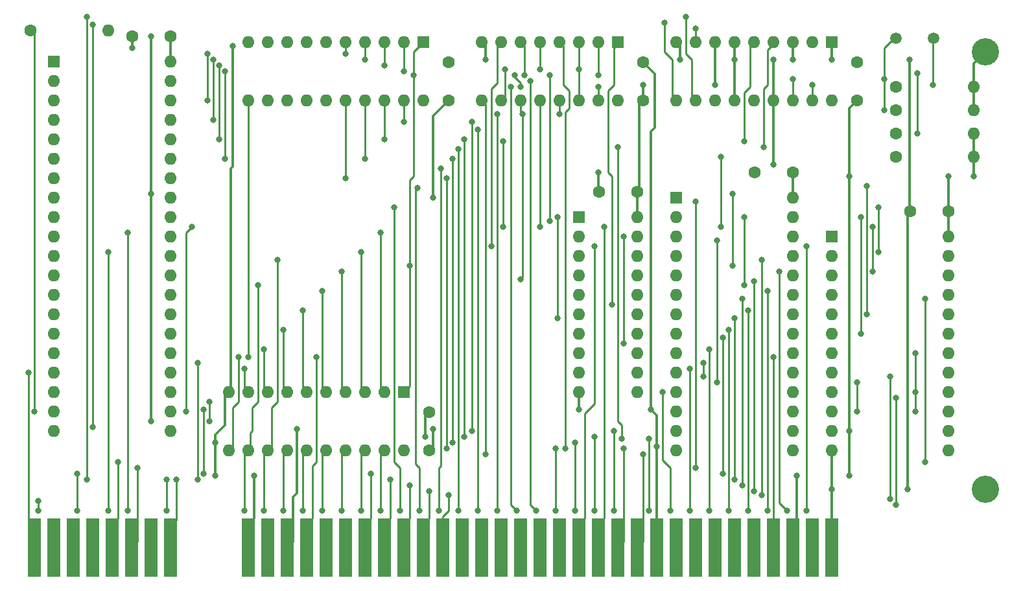
<source format=gbr>
G04 #@! TF.GenerationSoftware,KiCad,Pcbnew,(5.1.8)-1*
G04 #@! TF.CreationDate,2021-12-17T11:51:41-07:00*
G04 #@! TF.ProjectId,8088,38303838-2e6b-4696-9361-645f70636258,rev?*
G04 #@! TF.SameCoordinates,Original*
G04 #@! TF.FileFunction,Copper,L2,Bot*
G04 #@! TF.FilePolarity,Positive*
%FSLAX46Y46*%
G04 Gerber Fmt 4.6, Leading zero omitted, Abs format (unit mm)*
G04 Created by KiCad (PCBNEW (5.1.8)-1) date 2021-12-17 11:51:41*
%MOMM*%
%LPD*%
G01*
G04 APERTURE LIST*
G04 #@! TA.AperFunction,ComponentPad*
%ADD10C,1.500000*%
G04 #@! TD*
G04 #@! TA.AperFunction,ComponentPad*
%ADD11O,1.600000X1.600000*%
G04 #@! TD*
G04 #@! TA.AperFunction,ComponentPad*
%ADD12R,1.600000X1.600000*%
G04 #@! TD*
G04 #@! TA.AperFunction,ComponentPad*
%ADD13C,1.600000*%
G04 #@! TD*
G04 #@! TA.AperFunction,ConnectorPad*
%ADD14R,1.780000X7.620000*%
G04 #@! TD*
G04 #@! TA.AperFunction,ComponentPad*
%ADD15C,3.556000*%
G04 #@! TD*
G04 #@! TA.AperFunction,ViaPad*
%ADD16C,0.800000*%
G04 #@! TD*
G04 #@! TA.AperFunction,Conductor*
%ADD17C,0.330200*%
G04 #@! TD*
G04 #@! TA.AperFunction,Conductor*
%ADD18C,0.250000*%
G04 #@! TD*
G04 APERTURE END LIST*
D10*
G04 #@! TO.P,Y1,2*
G04 #@! TO.N,/X1*
X174818380Y-63220600D03*
G04 #@! TO.P,Y1,1*
G04 #@! TO.N,/X2*
X169918380Y-63220600D03*
G04 #@! TD*
D11*
G04 #@! TO.P,U8,16*
G04 #@! TO.N,/5+*
X133596380Y-71348600D03*
G04 #@! TO.P,U8,8*
G04 #@! TO.N,/GND*
X115816380Y-63728600D03*
G04 #@! TO.P,U8,15*
G04 #@! TO.N,/HOLDA*
X131056380Y-71348600D03*
G04 #@! TO.P,U8,7*
G04 #@! TO.N,/IORD*
X118356380Y-63728600D03*
G04 #@! TO.P,U8,14*
G04 #@! TO.N,/PU1*
X128516380Y-71348600D03*
G04 #@! TO.P,U8,6*
G04 #@! TO.N,/RD*
X120896380Y-63728600D03*
G04 #@! TO.P,U8,13*
G04 #@! TO.N,/WR*
X125976380Y-71348600D03*
G04 #@! TO.P,U8,5*
G04 #@! TO.N,/PU1*
X123436380Y-63728600D03*
G04 #@! TO.P,U8,12*
G04 #@! TO.N,/IOWR*
X123436380Y-71348600D03*
G04 #@! TO.P,U8,4*
G04 #@! TO.N,/MRD*
X125976380Y-63728600D03*
G04 #@! TO.P,U8,11*
G04 #@! TO.N,/WR*
X120896380Y-71348600D03*
G04 #@! TO.P,U8,3*
G04 #@! TO.N,/PU1*
X128516380Y-63728600D03*
G04 #@! TO.P,U8,10*
X118356380Y-71348600D03*
G04 #@! TO.P,U8,2*
G04 #@! TO.N,/RD*
X131056380Y-63728600D03*
G04 #@! TO.P,U8,9*
G04 #@! TO.N,/MWR*
X115816380Y-71348600D03*
D12*
G04 #@! TO.P,U8,1*
G04 #@! TO.N,/IO_M*
X133596380Y-63728600D03*
G04 #@! TD*
D11*
G04 #@! TO.P,U7,24*
G04 #@! TO.N,/5+*
X176776380Y-89128600D03*
G04 #@! TO.P,U7,12*
G04 #@! TO.N,/GND*
X161536380Y-117068600D03*
G04 #@! TO.P,U7,23*
G04 #@! TO.N,/IOWR*
X176776380Y-91668600D03*
G04 #@! TO.P,U7,11*
G04 #@! TO.N,/5+*
X161536380Y-114528600D03*
G04 #@! TO.P,U7,22*
G04 #@! TO.N,/IORD*
X176776380Y-94208600D03*
G04 #@! TO.P,U7,10*
G04 #@! TO.N,/IRQ0*
X161536380Y-111988600D03*
G04 #@! TO.P,U7,21*
G04 #@! TO.N,/IO_004X*
X176776380Y-96748600D03*
G04 #@! TO.P,U7,9*
G04 #@! TO.N,/HF_PCLK*
X161536380Y-109448600D03*
G04 #@! TO.P,U7,20*
G04 #@! TO.N,/A1*
X176776380Y-99288600D03*
G04 #@! TO.P,U7,8*
G04 #@! TO.N,/D0*
X161536380Y-106908600D03*
G04 #@! TO.P,U7,19*
G04 #@! TO.N,/A0*
X176776380Y-101828600D03*
G04 #@! TO.P,U7,7*
G04 #@! TO.N,/D1*
X161536380Y-104368600D03*
G04 #@! TO.P,U7,18*
G04 #@! TO.N,/HF_PCLK*
X176776380Y-104368600D03*
G04 #@! TO.P,U7,6*
G04 #@! TO.N,/D2*
X161536380Y-101828600D03*
G04 #@! TO.P,U7,17*
G04 #@! TO.N,/SPK_OUT*
X176776380Y-106908600D03*
G04 #@! TO.P,U7,5*
G04 #@! TO.N,/D3*
X161536380Y-99288600D03*
G04 #@! TO.P,U7,16*
G04 #@! TO.N,/SPK_GO*
X176776380Y-109448600D03*
G04 #@! TO.P,U7,4*
G04 #@! TO.N,/D4*
X161536380Y-96748600D03*
G04 #@! TO.P,U7,15*
G04 #@! TO.N,/HF_PCLK*
X176776380Y-111988600D03*
G04 #@! TO.P,U7,3*
G04 #@! TO.N,/D5*
X161536380Y-94208600D03*
G04 #@! TO.P,U7,14*
G04 #@! TO.N,/5+*
X176776380Y-114528600D03*
G04 #@! TO.P,U7,2*
G04 #@! TO.N,/D6*
X161536380Y-91668600D03*
G04 #@! TO.P,U7,13*
G04 #@! TO.N,Net-(U7-Pad13)*
X176776380Y-117068600D03*
D12*
G04 #@! TO.P,U7,1*
G04 #@! TO.N,/D7*
X161536380Y-89128600D03*
G04 #@! TD*
D11*
G04 #@! TO.P,U6,28*
G04 #@! TO.N,/5+*
X156456380Y-84048600D03*
G04 #@! TO.P,U6,14*
G04 #@! TO.N,/GND*
X141216380Y-117068600D03*
G04 #@! TO.P,U6,27*
G04 #@! TO.N,/A0*
X156456380Y-86588600D03*
G04 #@! TO.P,U6,13*
G04 #@! TO.N,Net-(U6-Pad13)*
X141216380Y-114528600D03*
G04 #@! TO.P,U6,26*
G04 #@! TO.N,/INTA*
X156456380Y-89128600D03*
G04 #@! TO.P,U6,12*
G04 #@! TO.N,Net-(U6-Pad12)*
X141216380Y-111988600D03*
G04 #@! TO.P,U6,25*
G04 #@! TO.N,/IRQ7*
X156456380Y-91668600D03*
G04 #@! TO.P,U6,11*
G04 #@! TO.N,/D0*
X141216380Y-109448600D03*
G04 #@! TO.P,U6,24*
G04 #@! TO.N,/IRQ6*
X156456380Y-94208600D03*
G04 #@! TO.P,U6,10*
G04 #@! TO.N,/D1*
X141216380Y-106908600D03*
G04 #@! TO.P,U6,23*
G04 #@! TO.N,/IRQ5*
X156456380Y-96748600D03*
G04 #@! TO.P,U6,9*
G04 #@! TO.N,/D2*
X141216380Y-104368600D03*
G04 #@! TO.P,U6,22*
G04 #@! TO.N,/IRQ4*
X156456380Y-99288600D03*
G04 #@! TO.P,U6,8*
G04 #@! TO.N,/D3*
X141216380Y-101828600D03*
G04 #@! TO.P,U6,21*
G04 #@! TO.N,/IRQ3*
X156456380Y-101828600D03*
G04 #@! TO.P,U6,7*
G04 #@! TO.N,/D4*
X141216380Y-99288600D03*
G04 #@! TO.P,U6,20*
G04 #@! TO.N,/IRQ2*
X156456380Y-104368600D03*
G04 #@! TO.P,U6,6*
G04 #@! TO.N,/D5*
X141216380Y-96748600D03*
G04 #@! TO.P,U6,19*
G04 #@! TO.N,/IRQ1*
X156456380Y-106908600D03*
G04 #@! TO.P,U6,5*
G04 #@! TO.N,/D6*
X141216380Y-94208600D03*
G04 #@! TO.P,U6,18*
G04 #@! TO.N,/IRQ0*
X156456380Y-109448600D03*
G04 #@! TO.P,U6,4*
G04 #@! TO.N,/D7*
X141216380Y-91668600D03*
G04 #@! TO.P,U6,17*
G04 #@! TO.N,/INTR*
X156456380Y-111988600D03*
G04 #@! TO.P,U6,3*
G04 #@! TO.N,/IORD*
X141216380Y-89128600D03*
G04 #@! TO.P,U6,16*
G04 #@! TO.N,/5+*
X156456380Y-114528600D03*
G04 #@! TO.P,U6,2*
G04 #@! TO.N,/IOWR*
X141216380Y-86588600D03*
G04 #@! TO.P,U6,15*
G04 #@! TO.N,Net-(U6-Pad15)*
X156456380Y-117068600D03*
D12*
G04 #@! TO.P,U6,1*
G04 #@! TO.N,/IO_002X*
X141216380Y-84048600D03*
G04 #@! TD*
D11*
G04 #@! TO.P,U5,40*
G04 #@! TO.N,/5+*
X75176380Y-66268600D03*
G04 #@! TO.P,U5,20*
G04 #@! TO.N,/GND*
X59936380Y-114528600D03*
G04 #@! TO.P,U5,39*
G04 #@! TO.N,/A15*
X75176380Y-68808600D03*
G04 #@! TO.P,U5,19*
G04 #@! TO.N,/CLK_88*
X59936380Y-111988600D03*
G04 #@! TO.P,U5,38*
G04 #@! TO.N,/A16_*
X75176380Y-71348600D03*
G04 #@! TO.P,U5,18*
G04 #@! TO.N,/INTR*
X59936380Y-109448600D03*
G04 #@! TO.P,U5,37*
G04 #@! TO.N,/A17_*
X75176380Y-73888600D03*
G04 #@! TO.P,U5,17*
G04 #@! TO.N,/NMI*
X59936380Y-106908600D03*
G04 #@! TO.P,U5,36*
G04 #@! TO.N,/A18_*
X75176380Y-76428600D03*
G04 #@! TO.P,U5,16*
G04 #@! TO.N,/AD0*
X59936380Y-104368600D03*
G04 #@! TO.P,U5,35*
G04 #@! TO.N,/A19_*
X75176380Y-78968600D03*
G04 #@! TO.P,U5,15*
G04 #@! TO.N,/AD1*
X59936380Y-101828600D03*
G04 #@! TO.P,U5,34*
G04 #@! TO.N,Net-(U5-Pad34)*
X75176380Y-81508600D03*
G04 #@! TO.P,U5,14*
G04 #@! TO.N,/AD2*
X59936380Y-99288600D03*
G04 #@! TO.P,U5,33*
G04 #@! TO.N,/5+*
X75176380Y-84048600D03*
G04 #@! TO.P,U5,13*
G04 #@! TO.N,/AD3*
X59936380Y-96748600D03*
G04 #@! TO.P,U5,32*
G04 #@! TO.N,/RD*
X75176380Y-86588600D03*
G04 #@! TO.P,U5,12*
G04 #@! TO.N,/AD4*
X59936380Y-94208600D03*
G04 #@! TO.P,U5,31*
G04 #@! TO.N,/HOLD*
X75176380Y-89128600D03*
G04 #@! TO.P,U5,11*
G04 #@! TO.N,/AD5*
X59936380Y-91668600D03*
G04 #@! TO.P,U5,30*
G04 #@! TO.N,/HOLDA*
X75176380Y-91668600D03*
G04 #@! TO.P,U5,10*
G04 #@! TO.N,/AD6*
X59936380Y-89128600D03*
G04 #@! TO.P,U5,29*
G04 #@! TO.N,/WR*
X75176380Y-94208600D03*
G04 #@! TO.P,U5,9*
G04 #@! TO.N,/AD7*
X59936380Y-86588600D03*
G04 #@! TO.P,U5,28*
G04 #@! TO.N,/IO_M*
X75176380Y-96748600D03*
G04 #@! TO.P,U5,8*
G04 #@! TO.N,/A8*
X59936380Y-84048600D03*
G04 #@! TO.P,U5,27*
G04 #@! TO.N,/DTR*
X75176380Y-99288600D03*
G04 #@! TO.P,U5,7*
G04 #@! TO.N,/A9*
X59936380Y-81508600D03*
G04 #@! TO.P,U5,26*
G04 #@! TO.N,/DEN*
X75176380Y-101828600D03*
G04 #@! TO.P,U5,6*
G04 #@! TO.N,/A10*
X59936380Y-78968600D03*
G04 #@! TO.P,U5,25*
G04 #@! TO.N,/ALE*
X75176380Y-104368600D03*
G04 #@! TO.P,U5,5*
G04 #@! TO.N,/A11*
X59936380Y-76428600D03*
G04 #@! TO.P,U5,24*
G04 #@! TO.N,/INTA*
X75176380Y-106908600D03*
G04 #@! TO.P,U5,4*
G04 #@! TO.N,/A12*
X59936380Y-73888600D03*
G04 #@! TO.P,U5,23*
G04 #@! TO.N,/GND*
X75176380Y-109448600D03*
G04 #@! TO.P,U5,3*
G04 #@! TO.N,/A13*
X59936380Y-71348600D03*
G04 #@! TO.P,U5,22*
G04 #@! TO.N,/READY1*
X75176380Y-111988600D03*
G04 #@! TO.P,U5,2*
G04 #@! TO.N,/A14*
X59936380Y-68808600D03*
G04 #@! TO.P,U5,21*
G04 #@! TO.N,/RESET1*
X75176380Y-114528600D03*
D12*
G04 #@! TO.P,U5,1*
G04 #@! TO.N,/GND*
X59936380Y-66268600D03*
G04 #@! TD*
D11*
G04 #@! TO.P,U1,18*
G04 #@! TO.N,/5+*
X161536380Y-71348600D03*
G04 #@! TO.P,U1,9*
G04 #@! TO.N,/GND*
X141216380Y-63728600D03*
G04 #@! TO.P,U1,17*
G04 #@! TO.N,/X1*
X158996380Y-71348600D03*
G04 #@! TO.P,U1,8*
G04 #@! TO.N,/CLK1*
X143756380Y-63728600D03*
G04 #@! TO.P,U1,16*
G04 #@! TO.N,/X2*
X156456380Y-71348600D03*
G04 #@! TO.P,U1,7*
G04 #@! TO.N,/5+*
X146296380Y-63728600D03*
G04 #@! TO.P,U1,15*
G04 #@! TO.N,/GND*
X153916380Y-71348600D03*
G04 #@! TO.P,U1,6*
X148836380Y-63728600D03*
G04 #@! TO.P,U1,14*
G04 #@! TO.N,Net-(U1-Pad14)*
X151376380Y-71348600D03*
G04 #@! TO.P,U1,5*
G04 #@! TO.N,/READY1*
X151376380Y-63728600D03*
G04 #@! TO.P,U1,13*
G04 #@! TO.N,/GND*
X148836380Y-71348600D03*
G04 #@! TO.P,U1,4*
G04 #@! TO.N,/RDY1*
X153916380Y-63728600D03*
G04 #@! TO.P,U1,12*
G04 #@! TO.N,Net-(U1-Pad12)*
X146296380Y-71348600D03*
G04 #@! TO.P,U1,3*
G04 #@! TO.N,/GND*
X156456380Y-63728600D03*
G04 #@! TO.P,U1,11*
G04 #@! TO.N,/RESET*
X143756380Y-71348600D03*
G04 #@! TO.P,U1,2*
G04 #@! TO.N,Net-(U1-Pad2)*
X158996380Y-63728600D03*
G04 #@! TO.P,U1,10*
G04 #@! TO.N,/RESET1*
X141216380Y-71348600D03*
D12*
G04 #@! TO.P,U1,1*
G04 #@! TO.N,/GND*
X161536380Y-63728600D03*
G04 #@! TD*
D11*
G04 #@! TO.P,R5,2*
G04 #@! TO.N,/5+*
X180078380Y-75666600D03*
D13*
G04 #@! TO.P,R5,1*
G04 #@! TO.N,/PU1*
X169918380Y-75666600D03*
G04 #@! TD*
D11*
G04 #@! TO.P,R4,2*
G04 #@! TO.N,/GND*
X180078380Y-69570600D03*
D13*
G04 #@! TO.P,R4,1*
G04 #@! TO.N,/X1*
X169918380Y-69570600D03*
G04 #@! TD*
D11*
G04 #@! TO.P,R3,2*
G04 #@! TO.N,/GND*
X180078380Y-72618600D03*
D13*
G04 #@! TO.P,R3,1*
G04 #@! TO.N,/X2*
X169918380Y-72618600D03*
G04 #@! TD*
D11*
G04 #@! TO.P,R2,2*
G04 #@! TO.N,/CLK1*
X67048380Y-62204600D03*
D13*
G04 #@! TO.P,R2,1*
G04 #@! TO.N,/CLK_88*
X56888380Y-62204600D03*
G04 #@! TD*
D11*
G04 #@! TO.P,R1,2*
G04 #@! TO.N,/5+*
X180078380Y-78714600D03*
D13*
G04 #@! TO.P,R1,1*
G04 #@! TO.N,/DEN*
X169918380Y-78714600D03*
G04 #@! TD*
G04 #@! TO.P,C8,2*
G04 #@! TO.N,/5+*
X136898380Y-71348600D03*
G04 #@! TO.P,C8,1*
G04 #@! TO.N,/GND*
X136898380Y-66348600D03*
G04 #@! TD*
G04 #@! TO.P,C7,2*
G04 #@! TO.N,/5+*
X156456380Y-80746600D03*
G04 #@! TO.P,C7,1*
G04 #@! TO.N,/GND*
X151456380Y-80746600D03*
G04 #@! TD*
G04 #@! TO.P,C6,2*
G04 #@! TO.N,/5+*
X176776380Y-85826600D03*
G04 #@! TO.P,C6,1*
G04 #@! TO.N,/GND*
X171776380Y-85826600D03*
G04 #@! TD*
G04 #@! TO.P,C5,2*
G04 #@! TO.N,/5+*
X164838380Y-71348600D03*
G04 #@! TO.P,C5,1*
G04 #@! TO.N,/GND*
X164838380Y-66348600D03*
G04 #@! TD*
G04 #@! TO.P,C1,2*
G04 #@! TO.N,/5+*
X75176380Y-62966600D03*
G04 #@! TO.P,C1,1*
G04 #@! TO.N,/GND*
X70176380Y-62966600D03*
G04 #@! TD*
D14*
G04 #@! TO.P,J1,8*
G04 #@! TO.N,/NMI*
X57396380Y-129768600D03*
G04 #@! TO.P,J1,7*
G04 #@! TO.N,/PCLK88*
X59936380Y-129768600D03*
G04 #@! TO.P,J1,6*
G04 #@! TO.N,/IO_008X*
X62476380Y-129768600D03*
G04 #@! TO.P,J1,5*
G04 #@! TO.N,/IO_006X*
X65016380Y-129768600D03*
G04 #@! TO.P,J1,4*
G04 #@! TO.N,/IO_004X*
X67556380Y-129768600D03*
G04 #@! TO.P,J1,3*
G04 #@! TO.N,/IO_002X*
X70096380Y-129768600D03*
G04 #@! TO.P,J1,2*
G04 #@! TO.N,/IO_000X*
X72636380Y-129768600D03*
G04 #@! TO.P,J1,1*
G04 #@! TO.N,/IRQ1*
X75176380Y-129768600D03*
G04 #@! TD*
D11*
G04 #@! TO.P,U4,20*
G04 #@! TO.N,/5+*
X136136380Y-86588600D03*
G04 #@! TO.P,U4,10*
G04 #@! TO.N,/GND*
X128516380Y-109448600D03*
G04 #@! TO.P,U4,19*
G04 #@! TO.N,/DEN*
X136136380Y-89128600D03*
G04 #@! TO.P,U4,9*
G04 #@! TO.N,/AD0*
X128516380Y-106908600D03*
G04 #@! TO.P,U4,18*
G04 #@! TO.N,/D7*
X136136380Y-91668600D03*
G04 #@! TO.P,U4,8*
G04 #@! TO.N,/AD1*
X128516380Y-104368600D03*
G04 #@! TO.P,U4,17*
G04 #@! TO.N,/D6*
X136136380Y-94208600D03*
G04 #@! TO.P,U4,7*
G04 #@! TO.N,/AD2*
X128516380Y-101828600D03*
G04 #@! TO.P,U4,16*
G04 #@! TO.N,/D5*
X136136380Y-96748600D03*
G04 #@! TO.P,U4,6*
G04 #@! TO.N,/AD3*
X128516380Y-99288600D03*
G04 #@! TO.P,U4,15*
G04 #@! TO.N,/D4*
X136136380Y-99288600D03*
G04 #@! TO.P,U4,5*
G04 #@! TO.N,/AD4*
X128516380Y-96748600D03*
G04 #@! TO.P,U4,14*
G04 #@! TO.N,/D3*
X136136380Y-101828600D03*
G04 #@! TO.P,U4,4*
G04 #@! TO.N,/AD5*
X128516380Y-94208600D03*
G04 #@! TO.P,U4,13*
G04 #@! TO.N,/D2*
X136136380Y-104368600D03*
G04 #@! TO.P,U4,3*
G04 #@! TO.N,/AD6*
X128516380Y-91668600D03*
G04 #@! TO.P,U4,12*
G04 #@! TO.N,/D1*
X136136380Y-106908600D03*
G04 #@! TO.P,U4,2*
G04 #@! TO.N,/AD7*
X128516380Y-89128600D03*
G04 #@! TO.P,U4,11*
G04 #@! TO.N,/D0*
X136136380Y-109448600D03*
D12*
G04 #@! TO.P,U4,1*
G04 #@! TO.N,/DTR*
X128516380Y-86588600D03*
G04 #@! TD*
D11*
G04 #@! TO.P,U3,20*
G04 #@! TO.N,/5+*
X108196380Y-71348600D03*
G04 #@! TO.P,U3,10*
G04 #@! TO.N,/GND*
X85336380Y-63728600D03*
G04 #@! TO.P,U3,19*
G04 #@! TO.N,/A19*
X105656380Y-71348600D03*
G04 #@! TO.P,U3,9*
G04 #@! TO.N,Net-(U3-Pad9)*
X87876380Y-63728600D03*
G04 #@! TO.P,U3,18*
G04 #@! TO.N,/A18*
X103116380Y-71348600D03*
G04 #@! TO.P,U3,8*
G04 #@! TO.N,Net-(U3-Pad8)*
X90416380Y-63728600D03*
G04 #@! TO.P,U3,17*
G04 #@! TO.N,/A17*
X100576380Y-71348600D03*
G04 #@! TO.P,U3,7*
G04 #@! TO.N,Net-(U3-Pad7)*
X92956380Y-63728600D03*
G04 #@! TO.P,U3,16*
G04 #@! TO.N,/A16*
X98036380Y-71348600D03*
G04 #@! TO.P,U3,6*
G04 #@! TO.N,Net-(U3-Pad6)*
X95496380Y-63728600D03*
G04 #@! TO.P,U3,15*
G04 #@! TO.N,Net-(U3-Pad15)*
X95496380Y-71348600D03*
G04 #@! TO.P,U3,5*
G04 #@! TO.N,/A16_*
X98036380Y-63728600D03*
G04 #@! TO.P,U3,14*
G04 #@! TO.N,Net-(U3-Pad14)*
X92956380Y-71348600D03*
G04 #@! TO.P,U3,4*
G04 #@! TO.N,/A17_*
X100576380Y-63728600D03*
G04 #@! TO.P,U3,13*
G04 #@! TO.N,Net-(U3-Pad13)*
X90416380Y-71348600D03*
G04 #@! TO.P,U3,3*
G04 #@! TO.N,/A18_*
X103116380Y-63728600D03*
G04 #@! TO.P,U3,12*
G04 #@! TO.N,Net-(U3-Pad12)*
X87876380Y-71348600D03*
G04 #@! TO.P,U3,2*
G04 #@! TO.N,/A19_*
X105656380Y-63728600D03*
G04 #@! TO.P,U3,11*
G04 #@! TO.N,/ALE*
X85336380Y-71348600D03*
D12*
G04 #@! TO.P,U3,1*
G04 #@! TO.N,/HOLDA*
X108196380Y-63728600D03*
G04 #@! TD*
D11*
G04 #@! TO.P,U2,20*
G04 #@! TO.N,/5+*
X105656380Y-117068600D03*
G04 #@! TO.P,U2,10*
G04 #@! TO.N,/GND*
X82796380Y-109448600D03*
G04 #@! TO.P,U2,19*
G04 #@! TO.N,/A7*
X103116380Y-117068600D03*
G04 #@! TO.P,U2,9*
G04 #@! TO.N,/AD0*
X85336380Y-109448600D03*
G04 #@! TO.P,U2,18*
G04 #@! TO.N,/A6*
X100576380Y-117068600D03*
G04 #@! TO.P,U2,8*
G04 #@! TO.N,/AD1*
X87876380Y-109448600D03*
G04 #@! TO.P,U2,17*
G04 #@! TO.N,/A5*
X98036380Y-117068600D03*
G04 #@! TO.P,U2,7*
G04 #@! TO.N,/AD2*
X90416380Y-109448600D03*
G04 #@! TO.P,U2,16*
G04 #@! TO.N,/A4*
X95496380Y-117068600D03*
G04 #@! TO.P,U2,6*
G04 #@! TO.N,/AD3*
X92956380Y-109448600D03*
G04 #@! TO.P,U2,15*
G04 #@! TO.N,/A3*
X92956380Y-117068600D03*
G04 #@! TO.P,U2,5*
G04 #@! TO.N,/AD4*
X95496380Y-109448600D03*
G04 #@! TO.P,U2,14*
G04 #@! TO.N,/A2*
X90416380Y-117068600D03*
G04 #@! TO.P,U2,4*
G04 #@! TO.N,/AD5*
X98036380Y-109448600D03*
G04 #@! TO.P,U2,13*
G04 #@! TO.N,/A1*
X87876380Y-117068600D03*
G04 #@! TO.P,U2,3*
G04 #@! TO.N,/AD6*
X100576380Y-109448600D03*
G04 #@! TO.P,U2,12*
G04 #@! TO.N,/A0*
X85336380Y-117068600D03*
G04 #@! TO.P,U2,2*
G04 #@! TO.N,/AD7*
X103116380Y-109448600D03*
G04 #@! TO.P,U2,11*
G04 #@! TO.N,/ALE*
X82796380Y-117068600D03*
D12*
G04 #@! TO.P,U2,1*
G04 #@! TO.N,/HOLDA*
X105656380Y-109448600D03*
G04 #@! TD*
D13*
G04 #@! TO.P,C4,2*
G04 #@! TO.N,/5+*
X136136380Y-83286600D03*
G04 #@! TO.P,C4,1*
G04 #@! TO.N,/GND*
X131136380Y-83286600D03*
G04 #@! TD*
G04 #@! TO.P,C3,2*
G04 #@! TO.N,/5+*
X111498380Y-71348600D03*
G04 #@! TO.P,C3,1*
G04 #@! TO.N,/GND*
X111498380Y-66348600D03*
G04 #@! TD*
G04 #@! TO.P,C2,2*
G04 #@! TO.N,/5+*
X108958380Y-117068600D03*
G04 #@! TO.P,C2,1*
G04 #@! TO.N,/GND*
X108958380Y-112068600D03*
G04 #@! TD*
D14*
G04 #@! TO.P,J9,31*
G04 #@! TO.N,/GND*
X85336380Y-129768600D03*
G04 #@! TO.P,J9,30*
G04 #@! TO.N,/OSC88*
X87876380Y-129768600D03*
G04 #@! TO.P,J9,29*
G04 #@! TO.N,/5+*
X90416380Y-129768600D03*
G04 #@! TO.P,J9,28*
G04 #@! TO.N,/ALE*
X92956380Y-129768600D03*
G04 #@! TO.P,J9,27*
G04 #@! TO.N,/TC*
X95496380Y-129768600D03*
G04 #@! TO.P,J9,26*
G04 #@! TO.N,/DACK2*
X98036380Y-129768600D03*
G04 #@! TO.P,J9,25*
G04 #@! TO.N,/IRQ3*
X100576380Y-129768600D03*
G04 #@! TO.P,J9,24*
G04 #@! TO.N,/IRQ4*
X103116380Y-129768600D03*
G04 #@! TO.P,J9,23*
G04 #@! TO.N,/IRQ5*
X105656380Y-129768600D03*
G04 #@! TO.P,J9,22*
G04 #@! TO.N,/IRQ6*
X108196380Y-129768600D03*
G04 #@! TO.P,J9,21*
G04 #@! TO.N,/IRQ7*
X110736380Y-129768600D03*
G04 #@! TO.P,J9,20*
G04 #@! TO.N,/CLK88*
X113276380Y-129768600D03*
G04 #@! TO.P,J9,19*
G04 #@! TO.N,/REFRQ*
X115816380Y-129768600D03*
G04 #@! TO.P,J9,18*
G04 #@! TO.N,/DRQ1*
X118356380Y-129768600D03*
G04 #@! TO.P,J9,17*
G04 #@! TO.N,/DACK1*
X120896380Y-129768600D03*
G04 #@! TO.P,J9,16*
G04 #@! TO.N,/DRQ3*
X123436380Y-129768600D03*
G04 #@! TO.P,J9,15*
G04 #@! TO.N,/DACK3*
X125976380Y-129768600D03*
G04 #@! TO.P,J9,14*
G04 #@! TO.N,/IORD*
X128516380Y-129768600D03*
G04 #@! TO.P,J9,13*
G04 #@! TO.N,/IOWR*
X131056380Y-129768600D03*
G04 #@! TO.P,J9,12*
G04 #@! TO.N,/MRD*
X133596380Y-129768600D03*
G04 #@! TO.P,J9,11*
G04 #@! TO.N,/MWR*
X136136380Y-129768600D03*
G04 #@! TO.P,J9,10*
G04 #@! TO.N,/GND*
X138676380Y-129768600D03*
G04 #@! TO.P,J9,9*
G04 #@! TO.N,/12+*
X141216380Y-129768600D03*
G04 #@! TO.P,J9,8*
G04 #@! TO.N,/NC*
X143756380Y-129768600D03*
G04 #@! TO.P,J9,7*
G04 #@! TO.N,/12-*
X146296380Y-129768600D03*
G04 #@! TO.P,J9,6*
G04 #@! TO.N,/DRQ2*
X148836380Y-129768600D03*
G04 #@! TO.P,J9,5*
G04 #@! TO.N,/5-*
X151376380Y-129768600D03*
G04 #@! TO.P,J9,4*
G04 #@! TO.N,/IRQ2*
X153916380Y-129768600D03*
G04 #@! TO.P,J9,3*
G04 #@! TO.N,/5+*
X156456380Y-129768600D03*
G04 #@! TO.P,J9,2*
G04 #@! TO.N,/RESOUT*
X158996380Y-129768600D03*
G04 #@! TO.P,J9,1*
G04 #@! TO.N,/GND*
X161536380Y-129768600D03*
G04 #@! TD*
D15*
G04 #@! TO.P,R,1*
G04 #@! TO.N,/GND*
X181602380Y-122148600D03*
G04 #@! TD*
G04 #@! TO.P,R,1*
G04 #@! TO.N,/GND*
X181602380Y-64998600D03*
G04 #@! TD*
D16*
G04 #@! TO.N,/5+*
X156964380Y-120370600D03*
X163822380Y-120370600D03*
X163822380Y-114528600D03*
X72636380Y-83540600D03*
X72636380Y-62966600D03*
X176776380Y-81254600D03*
X109466380Y-84048600D03*
X72636380Y-113258600D03*
X109466380Y-114274596D03*
X163822380Y-81254600D03*
X146296380Y-69316600D03*
X136898380Y-69316600D03*
X180078380Y-81254600D03*
X91686384Y-114274596D03*
G04 #@! TO.N,/GND*
X161536380Y-122148600D03*
X108450380Y-115290600D03*
X83304380Y-64236600D03*
X70176380Y-64490600D03*
X161536380Y-66014600D03*
X156456380Y-66014600D03*
X153916380Y-66014600D03*
X148836380Y-66014600D03*
X141724380Y-66014600D03*
X116324380Y-66014600D03*
X128516380Y-111734600D03*
X137914380Y-111734600D03*
X171696380Y-66014600D03*
X171442380Y-122148600D03*
X153916380Y-79730600D03*
X131056380Y-80746600D03*
X138676380Y-116560600D03*
X81018380Y-116052600D03*
X86098380Y-120370600D03*
X81018380Y-120370600D03*
G04 #@! TO.N,/IRQ2*
X153916380Y-104876600D03*
G04 #@! TO.N,/IRQ7*
X152392380Y-92176600D03*
X111498380Y-122910600D03*
X152392380Y-122910600D03*
G04 #@! TO.N,/IRQ6*
X108958380Y-122402600D03*
X151376380Y-94970600D03*
X151376380Y-122402600D03*
G04 #@! TO.N,/IRQ5*
X106418380Y-121640600D03*
X149852380Y-121640600D03*
X149852380Y-97256600D03*
G04 #@! TO.N,/IRQ4*
X103878380Y-120878600D03*
X148836380Y-120878600D03*
X148836380Y-99796600D03*
G04 #@! TO.N,/IRQ3*
X101338380Y-120116600D03*
X147312380Y-120116600D03*
X147312380Y-102336600D03*
G04 #@! TO.N,/ALE*
X84066380Y-104876600D03*
X85336380Y-104876600D03*
X94226380Y-104876600D03*
G04 #@! TO.N,/D7*
X158234380Y-124942600D03*
X158234380Y-90398600D03*
G04 #@! TO.N,/D6*
X155694380Y-124942600D03*
X154678380Y-93700600D03*
G04 #@! TO.N,/D5*
X153154380Y-124942600D03*
X153154380Y-96240600D03*
G04 #@! TO.N,/D4*
X150614380Y-124942600D03*
X150614380Y-98780600D03*
G04 #@! TO.N,/D3*
X148074380Y-124942600D03*
X148074380Y-101320600D03*
G04 #@! TO.N,/D2*
X145534380Y-124942600D03*
X145534380Y-103860600D03*
G04 #@! TO.N,/D1*
X142994380Y-124942600D03*
X142994380Y-106400600D03*
G04 #@! TO.N,/D0*
X140454380Y-124942600D03*
X139438380Y-109448600D03*
G04 #@! TO.N,/RDY1*
X152646380Y-77444600D03*
X133596380Y-77444600D03*
X134104380Y-115544600D03*
X137660380Y-115544600D03*
X137660380Y-124942600D03*
G04 #@! TO.N,/A19*
X133088380Y-124942600D03*
X133088380Y-114528600D03*
X114546380Y-114528600D03*
X114546380Y-74142600D03*
X105656380Y-74142600D03*
G04 #@! TO.N,/A18*
X130548380Y-124942600D03*
X130548380Y-115290600D03*
X103116380Y-76428600D03*
X113530380Y-76428600D03*
X113530380Y-115290600D03*
G04 #@! TO.N,/A17*
X128008380Y-124942600D03*
X128008380Y-116052600D03*
X100576380Y-78968600D03*
X112006380Y-78968600D03*
X112006380Y-116052600D03*
G04 #@! TO.N,/A16*
X125468380Y-124942600D03*
X125468380Y-116814600D03*
X111244380Y-116814600D03*
X98036388Y-81508600D03*
X111244380Y-81508600D03*
G04 #@! TO.N,/A15*
X122928380Y-124942600D03*
X122166380Y-68808600D03*
G04 #@! TO.N,/A14*
X120388380Y-124942600D03*
X119626380Y-69570600D03*
G04 #@! TO.N,/A13*
X117848380Y-124942600D03*
X117848380Y-73126600D03*
G04 #@! TO.N,/A12*
X115308380Y-124942600D03*
X115308380Y-75158600D03*
G04 #@! TO.N,/A11*
X112768380Y-124942600D03*
X112768380Y-77698600D03*
G04 #@! TO.N,/A10*
X110228380Y-124942600D03*
X110482380Y-80238600D03*
G04 #@! TO.N,/A9*
X107688380Y-124942600D03*
X107434380Y-82778600D03*
G04 #@! TO.N,/A8*
X105148380Y-124942600D03*
X104386380Y-85318600D03*
G04 #@! TO.N,/A7*
X102608380Y-124942600D03*
G04 #@! TO.N,/A6*
X100068380Y-124942600D03*
G04 #@! TO.N,/A5*
X97528380Y-124942600D03*
G04 #@! TO.N,/A4*
X94988380Y-124942600D03*
G04 #@! TO.N,/A3*
X92448380Y-124942600D03*
G04 #@! TO.N,/A2*
X89908380Y-124942600D03*
G04 #@! TO.N,/A1*
X87368380Y-124942600D03*
X89146380Y-92176600D03*
X148582380Y-92938600D03*
X148582380Y-83540600D03*
X166108380Y-82524600D03*
X166108380Y-99288600D03*
G04 #@! TO.N,/A0*
X84828380Y-124942600D03*
X86606380Y-95478600D03*
X150106380Y-86588600D03*
X150106380Y-95478600D03*
X165346380Y-86588600D03*
X165346380Y-101828600D03*
G04 #@! TO.N,/MWR*
X136898380Y-117576602D03*
X116324380Y-117576600D03*
G04 #@! TO.N,/MRD*
X126738380Y-116814600D03*
X134358382Y-116814600D03*
G04 #@! TO.N,/IOWR*
X123436380Y-87858600D03*
X131818380Y-87858600D03*
X167632380Y-85318590D03*
X167595381Y-91123601D03*
G04 #@! TO.N,/IORD*
X117086380Y-90398600D03*
X130548380Y-90398600D03*
X166870380Y-87858600D03*
X166870380Y-93700600D03*
G04 #@! TO.N,/AD0*
X84828380Y-106400600D03*
G04 #@! TO.N,/AD2*
X89908380Y-101320600D03*
G04 #@! TO.N,/AD4*
X94988380Y-96240600D03*
G04 #@! TO.N,/AD6*
X100068380Y-91160600D03*
G04 #@! TO.N,/AD1*
X87368380Y-103860600D03*
G04 #@! TO.N,/AD3*
X92448380Y-98780600D03*
G04 #@! TO.N,/AD5*
X97528380Y-93700600D03*
G04 #@! TO.N,/AD7*
X102608380Y-88620600D03*
G04 #@! TO.N,/A16_*
X98036380Y-65252600D03*
X80002380Y-65252600D03*
X80002380Y-71348600D03*
G04 #@! TO.N,/A18_*
X103116380Y-66776600D03*
X81526380Y-66776600D03*
X81526380Y-76428600D03*
G04 #@! TO.N,/A17_*
X100576380Y-66014600D03*
X80764380Y-66014600D03*
X80764380Y-73888600D03*
G04 #@! TO.N,/A19_*
X105656380Y-67538600D03*
X82288380Y-67538600D03*
X82288380Y-78968600D03*
G04 #@! TO.N,/SPK_OUT*
X57904380Y-124942600D03*
X57904368Y-123672600D03*
X169156380Y-123418600D03*
X169156380Y-107416600D03*
G04 #@! TO.N,/SPK_GO*
X169918380Y-124180600D03*
X169918380Y-110210600D03*
G04 #@! TO.N,/HF_PCLK*
X172458380Y-109448600D03*
X172458380Y-104368600D03*
X172458380Y-111988600D03*
X62984380Y-124942600D03*
X79494380Y-111734600D03*
X79494372Y-120116600D03*
X62984380Y-120116600D03*
G04 #@! TO.N,/HOLDA*
X67048380Y-124942600D03*
X67048380Y-91160600D03*
X106418380Y-92938600D03*
X106926380Y-68046600D03*
X120896380Y-69570600D03*
X120134380Y-68046600D03*
X131056380Y-69570600D03*
G04 #@! TO.N,/HOLD*
X69588380Y-124942600D03*
X69588380Y-88620600D03*
G04 #@! TO.N,/RESET*
X74668380Y-124942600D03*
X142486380Y-60426600D03*
X64254380Y-60426600D03*
X64254380Y-120878600D03*
X74668380Y-120878600D03*
G04 #@! TO.N,/NMI*
X56634380Y-106908600D03*
G04 #@! TO.N,/IO_004X*
X68318380Y-118592600D03*
X173728380Y-118592600D03*
X173728380Y-97256600D03*
G04 #@! TO.N,/IO_002X*
X143756380Y-119354600D03*
X143756380Y-84556600D03*
X70858380Y-119354600D03*
G04 #@! TO.N,/IRQ1*
X75938380Y-120878600D03*
X78732380Y-120878600D03*
X144772380Y-107416600D03*
X144772380Y-105638600D03*
X78732380Y-105638600D03*
G04 #@! TO.N,/DEN*
X134358380Y-103098600D03*
X134358380Y-89128600D03*
X147058380Y-87858600D03*
X147058380Y-78714600D03*
G04 #@! TO.N,/X1*
X158996380Y-69316600D03*
X174744380Y-69316600D03*
G04 #@! TO.N,/DTR*
X125722380Y-86588600D03*
X125722380Y-99796600D03*
G04 #@! TO.N,/X2*
X156456380Y-68554600D03*
X168394380Y-68554600D03*
X168394380Y-72618600D03*
G04 #@! TO.N,/CLK1*
X143756380Y-61950600D03*
G04 #@! TO.N,/CLK_88*
X57396380Y-111988600D03*
G04 #@! TO.N,/PU1*
X123436380Y-67284600D03*
X128516380Y-67284600D03*
X118864380Y-67284600D03*
X172712380Y-67792600D03*
X172712380Y-75666600D03*
G04 #@! TO.N,/READY1*
X150106380Y-76682600D03*
X118610380Y-76682600D03*
X118610380Y-87858600D03*
X77208380Y-111988600D03*
X77970380Y-87858600D03*
G04 #@! TO.N,/RESET1*
X139692380Y-61188600D03*
X65016380Y-61442600D03*
X65016380Y-114020600D03*
G04 #@! TO.N,/INTR*
X80256380Y-110718600D03*
X80256380Y-113258600D03*
G04 #@! TO.N,/RD*
X131056380Y-68046600D03*
X124706380Y-68046600D03*
X124706380Y-87096600D03*
X121404380Y-68046600D03*
G04 #@! TO.N,/WR*
X120896380Y-94716600D03*
X125976380Y-73126600D03*
X121150380Y-73126600D03*
G04 #@! TO.N,/IO_M*
X132834380Y-98018600D03*
G04 #@! TO.N,/INTA*
X146550380Y-108178600D03*
X146550380Y-89636600D03*
G04 #@! TO.N,/IRQ0*
X164838380Y-111988600D03*
X164838374Y-108178600D03*
G04 #@! TD*
D17*
G04 #@! TO.N,/5+*
X156456380Y-129768600D02*
X156456380Y-126466600D01*
X156456380Y-126466600D02*
X156964380Y-125958600D01*
X156964380Y-125958600D02*
X156964380Y-120370600D01*
X156964380Y-120370600D02*
X156964380Y-120370600D01*
X163822380Y-120370600D02*
X163822380Y-114528600D01*
X163822380Y-114528600D02*
X163822380Y-114528600D01*
X72636380Y-83540600D02*
X72636380Y-62966600D01*
X75176380Y-62966600D02*
X75176380Y-66268600D01*
X72636380Y-62966600D02*
X72636380Y-62966600D01*
X156456380Y-84048600D02*
X156456380Y-80746600D01*
X176776380Y-89128600D02*
X176776380Y-85826600D01*
X176776380Y-85826600D02*
X176776380Y-81508600D01*
X176776380Y-81508600D02*
X176776380Y-81254600D01*
X176776380Y-81254600D02*
X176776380Y-81254600D01*
X136390380Y-71856600D02*
X136898380Y-71348600D01*
X136390380Y-83032600D02*
X136390380Y-71856600D01*
X136136380Y-83286600D02*
X136390380Y-83032600D01*
X109466380Y-73380600D02*
X111498380Y-71348600D01*
X109466380Y-84048600D02*
X109466380Y-73380600D01*
X109466380Y-114274600D02*
X109466380Y-116560600D01*
X109466380Y-116560600D02*
X108958380Y-117068600D01*
X72636380Y-83540600D02*
X72636380Y-113258600D01*
X72636380Y-113258600D02*
X72636380Y-113258600D01*
X164076380Y-72110600D02*
X164838380Y-71348600D01*
X163822380Y-72364600D02*
X164076380Y-72110600D01*
X163822380Y-114528600D02*
X163822380Y-81254600D01*
X163822380Y-81254600D02*
X163822380Y-72364600D01*
X136136380Y-83286600D02*
X136136380Y-86588600D01*
X146296380Y-63728600D02*
X146296380Y-69316600D01*
X146296380Y-69316600D02*
X146296380Y-69316600D01*
X136898380Y-69316600D02*
X136898380Y-71348600D01*
X180078380Y-81254600D02*
X180078380Y-81254600D01*
X180078380Y-75666600D02*
X180078380Y-78714600D01*
X180078380Y-78714600D02*
X180078380Y-81254600D01*
X91178380Y-129006600D02*
X90416380Y-129768600D01*
X91178380Y-123164600D02*
X91178380Y-129006600D01*
X91686384Y-122656596D02*
X91178380Y-123164600D01*
X91686384Y-114274596D02*
X91686384Y-122656596D01*
G04 #@! TO.N,/GND*
X161536380Y-129768600D02*
X161536380Y-122148600D01*
X108450380Y-112576600D02*
X108958380Y-112068600D01*
X108450380Y-115290600D02*
X108450380Y-112576600D01*
X82796380Y-109448600D02*
X82796380Y-108940600D01*
X82796380Y-108940600D02*
X83050380Y-108686600D01*
X83050380Y-108686600D02*
X83050380Y-106400600D01*
X83050380Y-106400600D02*
X83050380Y-90906600D01*
X83050380Y-90906600D02*
X83050380Y-80238600D01*
X83050380Y-80238600D02*
X83304380Y-79984600D01*
X83304380Y-79984600D02*
X83304380Y-64236600D01*
X83304380Y-64236600D02*
X83304380Y-64236600D01*
X70176380Y-64490600D02*
X70176380Y-62966600D01*
X116324380Y-64236600D02*
X115816380Y-63728600D01*
X116324380Y-66014600D02*
X116324380Y-64236600D01*
X141724380Y-64236600D02*
X141216380Y-63728600D01*
X141724380Y-66014600D02*
X141724380Y-64236600D01*
X148836380Y-66014600D02*
X148836380Y-63728600D01*
X148836380Y-66014600D02*
X148836380Y-71348600D01*
X161536380Y-66014600D02*
X161536380Y-63728600D01*
X156456380Y-66014600D02*
X156456380Y-63728600D01*
X153916380Y-66014600D02*
X153916380Y-71348600D01*
X128516380Y-111734600D02*
X128516380Y-109448600D01*
X138422380Y-67872600D02*
X136898380Y-66348600D01*
X137914380Y-75412600D02*
X138422380Y-74904600D01*
X138422380Y-74904600D02*
X138422380Y-67872600D01*
X137914380Y-111734600D02*
X137914380Y-75412600D01*
X161536380Y-117068600D02*
X161536380Y-122148600D01*
X180078380Y-66522600D02*
X180078380Y-69570600D01*
X181602380Y-64998600D02*
X180078380Y-66522600D01*
X180078380Y-69570600D02*
X180078380Y-72618600D01*
X171696380Y-77190600D02*
X171696380Y-66014600D01*
X171696380Y-85746600D02*
X171696380Y-77190600D01*
X171776380Y-85826600D02*
X171696380Y-85746600D01*
X171776380Y-85826600D02*
X171776380Y-86000600D01*
X171776380Y-86000600D02*
X171442380Y-86334600D01*
X171442380Y-86334600D02*
X171442380Y-122148600D01*
X171442380Y-122148600D02*
X171442380Y-122148600D01*
X153916380Y-71348600D02*
X153916380Y-79730600D01*
X153916380Y-79730600D02*
X153916380Y-79730600D01*
X131056380Y-83206600D02*
X131136380Y-83286600D01*
X131056380Y-80746600D02*
X131056380Y-83206600D01*
X138676380Y-129768600D02*
X138676380Y-116560600D01*
X138676380Y-112496600D02*
X138676380Y-116560600D01*
X137914380Y-111734600D02*
X138676380Y-112496600D01*
X81018380Y-116052600D02*
X81018380Y-116052600D01*
X82288380Y-109956600D02*
X82796380Y-109448600D01*
X82288380Y-113766600D02*
X82288380Y-109956600D01*
X81018380Y-115036600D02*
X82288380Y-113766600D01*
X81018380Y-116052600D02*
X81018380Y-115036600D01*
X86098380Y-125958600D02*
X86098380Y-120370600D01*
X85336380Y-126720600D02*
X86098380Y-125958600D01*
X85336380Y-129768600D02*
X85336380Y-126720600D01*
X86098380Y-120370600D02*
X86098380Y-120370600D01*
X81018380Y-120370600D02*
X81018380Y-116052600D01*
D18*
G04 #@! TO.N,/IRQ2*
X153916380Y-129768600D02*
X153916380Y-104876600D01*
X153916380Y-104876600D02*
X153916380Y-104876600D01*
G04 #@! TO.N,/IRQ7*
X110736380Y-129768600D02*
X110736380Y-125708600D01*
X110736380Y-125708600D02*
X111498380Y-124946600D01*
X111498380Y-124946600D02*
X111498380Y-122910600D01*
X152392380Y-92176600D02*
X152392380Y-122910600D01*
G04 #@! TO.N,/IRQ6*
X108958380Y-125958600D02*
X108958380Y-122402600D01*
X108196380Y-126720600D02*
X108958380Y-125958600D01*
X108196380Y-129768600D02*
X108196380Y-126720600D01*
X108958380Y-122402600D02*
X108958380Y-122402600D01*
X151376380Y-94970600D02*
X151376380Y-122402600D01*
X151376380Y-122402600D02*
X151376380Y-122402600D01*
G04 #@! TO.N,/IRQ5*
X106418380Y-125958600D02*
X106418380Y-121640600D01*
X105656380Y-126720600D02*
X106418380Y-125958600D01*
X105656380Y-129768600D02*
X105656380Y-126720600D01*
X106418380Y-121640600D02*
X106418380Y-121640600D01*
X149852380Y-121640600D02*
X149852380Y-97256600D01*
X149852380Y-97256600D02*
X149852380Y-97256600D01*
G04 #@! TO.N,/IRQ4*
X103878380Y-125958600D02*
X103878380Y-120878600D01*
X103116380Y-126720600D02*
X103878380Y-125958600D01*
X103116380Y-129768600D02*
X103116380Y-126720600D01*
X148836380Y-120878600D02*
X148836380Y-99796600D01*
X148836380Y-99796600D02*
X148836380Y-99796600D01*
G04 #@! TO.N,/IRQ3*
X101338380Y-125958600D02*
X101338380Y-120116600D01*
X100576380Y-126720600D02*
X101338380Y-125958600D01*
X100576380Y-129768600D02*
X100576380Y-126720600D01*
X101338380Y-120116600D02*
X101338380Y-120116600D01*
X147312380Y-120116600D02*
X147312380Y-102336600D01*
X147312380Y-102336600D02*
X147312380Y-102336600D01*
G04 #@! TO.N,/ALE*
X82796380Y-117068600D02*
X83304380Y-116560600D01*
X83304380Y-116560600D02*
X83304380Y-112496600D01*
X83304380Y-112496600D02*
X83304380Y-111480600D01*
X83304380Y-111480600D02*
X84066380Y-110718600D01*
X84066380Y-110718600D02*
X84066380Y-104876600D01*
X84066380Y-104876600D02*
X84066380Y-104876600D01*
X92956380Y-129768600D02*
X92956380Y-126720600D01*
X92956380Y-126720600D02*
X93718380Y-125958600D01*
X93718380Y-125958600D02*
X93718380Y-119100600D01*
X93718380Y-119100600D02*
X94226380Y-118592600D01*
X94226380Y-118592600D02*
X94226380Y-104876600D01*
X85336380Y-71348600D02*
X85336380Y-104876600D01*
X94226380Y-104876600D02*
X94226380Y-104876600D01*
G04 #@! TO.N,/D7*
X158234380Y-124942600D02*
X158234380Y-90398600D01*
X158234380Y-90398600D02*
X158234380Y-90398600D01*
G04 #@! TO.N,/D6*
X155694380Y-124942600D02*
X154678380Y-123926600D01*
X154678380Y-123926600D02*
X154678380Y-93700600D01*
G04 #@! TO.N,/D5*
X153154380Y-124942600D02*
X153154380Y-96240600D01*
X153154380Y-96240600D02*
X153154380Y-96240600D01*
G04 #@! TO.N,/D4*
X150614380Y-124942600D02*
X150614380Y-98780600D01*
X150614380Y-98780600D02*
X150614380Y-98780600D01*
G04 #@! TO.N,/D3*
X148074380Y-124942600D02*
X148074380Y-101320600D01*
X148074380Y-101320600D02*
X148074380Y-101320600D01*
G04 #@! TO.N,/D2*
X145534380Y-124942600D02*
X145534380Y-103860600D01*
G04 #@! TO.N,/D1*
X142994380Y-124942600D02*
X142994380Y-106400600D01*
G04 #@! TO.N,/D0*
X139438380Y-118338600D02*
X139438380Y-109448600D01*
X140454380Y-119354600D02*
X139438380Y-118338600D01*
X140454380Y-124942600D02*
X140454380Y-119354600D01*
G04 #@! TO.N,/RDY1*
X152646380Y-69824600D02*
X152646380Y-70840600D01*
X153154380Y-69316600D02*
X152646380Y-69824600D01*
X153154380Y-64744600D02*
X153154380Y-69316600D01*
X153916380Y-63982600D02*
X153154380Y-64744600D01*
X152646380Y-70840600D02*
X152646380Y-73888600D01*
X153916380Y-63728600D02*
X153916380Y-63982600D01*
X152646380Y-73888600D02*
X152646380Y-77444600D01*
X152646380Y-77444600D02*
X152646380Y-77444600D01*
X133596380Y-113258600D02*
X134104380Y-113766600D01*
X133596380Y-77444600D02*
X133596380Y-113258600D01*
X134104380Y-113766600D02*
X134104380Y-115544600D01*
X134104380Y-115544600D02*
X134104380Y-115544600D01*
X137660380Y-115544600D02*
X137660380Y-121894600D01*
X137660380Y-121894600D02*
X137660380Y-124942600D01*
X137660380Y-124942600D02*
X137660380Y-124942600D01*
G04 #@! TO.N,/A19*
X133088380Y-124942600D02*
X133088380Y-114528600D01*
X133088380Y-114528600D02*
X133088380Y-114528600D01*
X114546380Y-114528600D02*
X114546380Y-114528600D01*
X114546380Y-76485602D02*
X114546380Y-114528600D01*
X114546380Y-74142600D02*
X114546380Y-76485602D01*
X105656380Y-74142600D02*
X105656380Y-74142600D01*
X105656380Y-71348600D02*
X105656380Y-74142600D01*
G04 #@! TO.N,/A18*
X130548380Y-124942600D02*
X130548380Y-115290600D01*
X130548380Y-115290600D02*
X130548380Y-115290600D01*
X103116380Y-71348600D02*
X103116380Y-76428600D01*
X103116380Y-76428600D02*
X103116380Y-76428600D01*
X113530380Y-76428600D02*
X113530380Y-115290600D01*
X113530380Y-115290600D02*
X113530380Y-115290600D01*
G04 #@! TO.N,/A17*
X128008380Y-124942600D02*
X128008380Y-116052600D01*
X128008380Y-116052600D02*
X128008380Y-116052600D01*
X100576380Y-71348600D02*
X100576380Y-78968600D01*
X100576380Y-78968600D02*
X100576380Y-78968600D01*
X112006380Y-116052600D02*
X112006380Y-116052600D01*
X112006380Y-115036600D02*
X112006380Y-116052600D01*
X112006380Y-78968600D02*
X112006380Y-115036600D01*
G04 #@! TO.N,/A16*
X125468380Y-124942600D02*
X125468380Y-116814600D01*
X125468380Y-116814600D02*
X125468380Y-116814600D01*
X98036380Y-71348600D02*
X98036380Y-81508592D01*
X98036380Y-81508592D02*
X98036388Y-81508600D01*
X111244380Y-115036600D02*
X111244380Y-116814600D01*
X111244380Y-81508600D02*
X111244380Y-115036600D01*
G04 #@! TO.N,/A15*
X122166380Y-124180600D02*
X122928380Y-124942600D01*
X122166380Y-68808600D02*
X122166380Y-124180600D01*
G04 #@! TO.N,/A14*
X120388380Y-124942600D02*
X119626380Y-124180600D01*
X119626380Y-124180600D02*
X119626380Y-69570600D01*
G04 #@! TO.N,/A13*
X117848380Y-124942600D02*
X117848380Y-79984600D01*
X117848380Y-79984600D02*
X117848380Y-73126600D01*
X117848380Y-73126600D02*
X117848380Y-73126600D01*
G04 #@! TO.N,/A12*
X115308380Y-124942600D02*
X115308380Y-75158600D01*
X115308380Y-75158600D02*
X115308380Y-75158600D01*
G04 #@! TO.N,/A11*
X112768380Y-124942600D02*
X112768380Y-77698600D01*
X112768380Y-77698600D02*
X112768380Y-77698600D01*
G04 #@! TO.N,/A10*
X110482380Y-119100600D02*
X110482380Y-108686600D01*
X110482380Y-108686600D02*
X110482380Y-80238600D01*
X110228380Y-119354600D02*
X110482380Y-119100600D01*
X110228380Y-124942600D02*
X110228380Y-119354600D01*
G04 #@! TO.N,/A9*
X107688380Y-119354600D02*
X107688380Y-124942600D01*
X107180380Y-118846600D02*
X107688380Y-119354600D01*
X107180380Y-83032600D02*
X107180380Y-118846600D01*
X107434380Y-82778600D02*
X107180380Y-83032600D01*
G04 #@! TO.N,/A8*
X105148380Y-124942600D02*
X105148380Y-119354600D01*
X105148380Y-119354600D02*
X104386380Y-118592600D01*
X104386380Y-118592600D02*
X104386380Y-85318600D01*
G04 #@! TO.N,/A7*
X102608380Y-122910600D02*
X102608380Y-124688600D01*
X103116380Y-117068600D02*
X102608380Y-117576600D01*
X102608380Y-117576600D02*
X102608380Y-122910600D01*
X102608380Y-124942600D02*
X102608380Y-124942600D01*
X102608380Y-124688600D02*
X102608380Y-124942600D01*
G04 #@! TO.N,/A6*
X100068380Y-124942600D02*
X100068380Y-124942600D01*
X100576380Y-117068600D02*
X100068380Y-117576600D01*
X100068380Y-117576600D02*
X100068380Y-122910600D01*
X100068380Y-124688600D02*
X100068380Y-124942600D01*
X100068380Y-122910600D02*
X100068380Y-124688600D01*
G04 #@! TO.N,/A5*
X97528380Y-124942600D02*
X97528380Y-124942600D01*
X97528380Y-124688600D02*
X97528380Y-124942600D01*
X97528380Y-122910600D02*
X97528380Y-124688600D01*
X98036380Y-117068600D02*
X97528380Y-117576600D01*
X97528380Y-117576600D02*
X97528380Y-122910600D01*
G04 #@! TO.N,/A4*
X94988380Y-124688600D02*
X94988380Y-124942600D01*
X94988380Y-122910600D02*
X94988380Y-124688600D01*
X94988380Y-117576600D02*
X94988380Y-122910600D01*
X95496380Y-117068600D02*
X94988380Y-117576600D01*
X94988380Y-124942600D02*
X94988380Y-124942600D01*
G04 #@! TO.N,/A3*
X92448380Y-122910600D02*
X92448380Y-124688600D01*
X92448380Y-117576600D02*
X92448380Y-122910600D01*
X92448380Y-124942600D02*
X92448380Y-124942600D01*
X92956380Y-117068600D02*
X92448380Y-117576600D01*
X92448380Y-124688600D02*
X92448380Y-124942600D01*
G04 #@! TO.N,/A2*
X89908380Y-124688600D02*
X89908380Y-124942600D01*
X90416380Y-117068600D02*
X89908380Y-117576600D01*
X89908380Y-117576600D02*
X89908380Y-122910600D01*
X89908380Y-124942600D02*
X89908380Y-124942600D01*
X89908380Y-122910600D02*
X89908380Y-124688600D01*
G04 #@! TO.N,/A1*
X87368380Y-117576600D02*
X87368380Y-122910600D01*
X87368380Y-124942600D02*
X87368380Y-124942600D01*
X87368380Y-122910600D02*
X87368380Y-124688600D01*
X87368380Y-124688600D02*
X87368380Y-124942600D01*
X87876380Y-117068600D02*
X87368380Y-117576600D01*
X89146380Y-98526600D02*
X89146380Y-92176600D01*
X89146380Y-110718600D02*
X89146380Y-98526600D01*
X88384380Y-111480600D02*
X89146380Y-110718600D01*
X88384380Y-116560600D02*
X88384380Y-111480600D01*
X87876380Y-117068600D02*
X88384380Y-116560600D01*
X89146380Y-92176600D02*
X89146380Y-92176600D01*
X148582380Y-92938600D02*
X148582380Y-83540600D01*
X148582380Y-83540600D02*
X148582380Y-83540600D01*
X166108380Y-82524600D02*
X166108380Y-99288600D01*
X166108380Y-99288600D02*
X166108380Y-99288600D01*
G04 #@! TO.N,/A0*
X85336380Y-117068600D02*
X84828380Y-117576600D01*
X84828380Y-117576600D02*
X84828380Y-122910600D01*
X84828380Y-122910600D02*
X84828380Y-124688600D01*
X84828380Y-124688600D02*
X84828380Y-124942600D01*
X84828380Y-124942600D02*
X84828380Y-124942600D01*
X85590380Y-116814600D02*
X85336380Y-117068600D01*
X85844380Y-114528600D02*
X85590380Y-114782600D01*
X85844380Y-111480600D02*
X85844380Y-114528600D01*
X85590380Y-114782600D02*
X85590380Y-116814600D01*
X86606380Y-110718600D02*
X85844380Y-111480600D01*
X86606380Y-95478600D02*
X86606380Y-95478600D01*
X86606380Y-95478600D02*
X86606380Y-110718600D01*
X150106380Y-86588600D02*
X150106380Y-95478600D01*
X165346380Y-86588600D02*
X165346380Y-99163010D01*
X165346380Y-99163010D02*
X165346380Y-101828600D01*
X165346380Y-101828600D02*
X165346380Y-101828600D01*
G04 #@! TO.N,/MWR*
X136898380Y-129006600D02*
X136898380Y-117576602D01*
X136136380Y-129768600D02*
X136898380Y-129006600D01*
X116324380Y-71856600D02*
X116324380Y-117576600D01*
X115816380Y-71348600D02*
X116324380Y-71856600D01*
G04 #@! TO.N,/MRD*
X126738380Y-72872600D02*
X126738380Y-108178600D01*
X127246380Y-72364600D02*
X126738380Y-72872600D01*
X127246380Y-70078600D02*
X127246380Y-72364600D01*
X126484380Y-69316600D02*
X127246380Y-70078600D01*
X126484380Y-64236600D02*
X126484380Y-69316600D01*
X126738380Y-108178600D02*
X126738380Y-116814600D01*
X125976380Y-63728600D02*
X126484380Y-64236600D01*
X133596380Y-129768600D02*
X134358382Y-129006598D01*
X134358382Y-129006598D02*
X134358382Y-116814600D01*
G04 #@! TO.N,/IOWR*
X123436380Y-87858600D02*
X123436380Y-71348600D01*
X131056380Y-129768600D02*
X131056380Y-126720600D01*
X131056380Y-126720600D02*
X131818380Y-125958600D01*
X131818380Y-125958600D02*
X131818380Y-87858600D01*
X131818380Y-87858600D02*
X131818380Y-87858600D01*
X167595381Y-91123601D02*
X167595381Y-91123601D01*
X167595381Y-85355589D02*
X167632380Y-85318590D01*
X167595381Y-91123601D02*
X167595381Y-85355589D01*
G04 #@! TO.N,/IORD*
X118356380Y-63728600D02*
X117848380Y-64236600D01*
X117848380Y-64236600D02*
X117848380Y-69062600D01*
X117848380Y-69062600D02*
X117086380Y-69824600D01*
X117086380Y-69824600D02*
X117086380Y-70586600D01*
X117086380Y-70586600D02*
X117086380Y-70840600D01*
X117086380Y-70840600D02*
X117086380Y-81254600D01*
X117086380Y-81254600D02*
X117086380Y-89890600D01*
X117086380Y-89890600D02*
X117086380Y-90144600D01*
X117086380Y-90144600D02*
X117086380Y-90398600D01*
X117086380Y-90398600D02*
X117086380Y-90398600D01*
X128516380Y-129768600D02*
X128516380Y-126720600D01*
X128516380Y-126720600D02*
X129278380Y-125958600D01*
X129278380Y-125958600D02*
X129278380Y-112242600D01*
X129278380Y-112242600D02*
X130548380Y-110972600D01*
X130548380Y-110972600D02*
X130548380Y-90398600D01*
X130548380Y-90398600D02*
X130548380Y-90398600D01*
X166870380Y-87858600D02*
X166870380Y-93700600D01*
X166870380Y-93700600D02*
X166870380Y-93700600D01*
G04 #@! TO.N,/AD0*
X84828380Y-108940600D02*
X84828380Y-106400600D01*
X85336380Y-109448600D02*
X84828380Y-108940600D01*
G04 #@! TO.N,/AD2*
X89908380Y-108940600D02*
X89908380Y-101320600D01*
X90416380Y-109448600D02*
X89908380Y-108940600D01*
G04 #@! TO.N,/AD4*
X94988380Y-108940600D02*
X94988380Y-96240600D01*
X95496380Y-109448600D02*
X94988380Y-108940600D01*
G04 #@! TO.N,/AD6*
X100068380Y-108940600D02*
X100068380Y-91160600D01*
X100576380Y-109448600D02*
X100068380Y-108940600D01*
G04 #@! TO.N,/AD1*
X87368380Y-108940600D02*
X87368380Y-103860600D01*
X87876380Y-109448600D02*
X87368380Y-108940600D01*
G04 #@! TO.N,/AD3*
X92448380Y-108940600D02*
X92448380Y-98780600D01*
X92956380Y-109448600D02*
X92448380Y-108940600D01*
G04 #@! TO.N,/AD5*
X97528380Y-108940600D02*
X97528380Y-93700600D01*
X98036380Y-109448600D02*
X97528380Y-108940600D01*
G04 #@! TO.N,/AD7*
X102608380Y-108940600D02*
X102608380Y-88620600D01*
X103116380Y-109448600D02*
X102608380Y-108940600D01*
G04 #@! TO.N,/A16_*
X98036380Y-63728600D02*
X98036380Y-64998600D01*
X98036380Y-64998600D02*
X98036380Y-65252600D01*
X98036380Y-65252600D02*
X98036380Y-65252600D01*
X80002380Y-65252600D02*
X80002380Y-71348600D01*
X80002380Y-71348600D02*
X80002380Y-71348600D01*
G04 #@! TO.N,/A18_*
X103116380Y-63728600D02*
X103116380Y-66776600D01*
X103116380Y-66776600D02*
X103116380Y-66776600D01*
X81526380Y-66776600D02*
X81526380Y-76174600D01*
X81526380Y-76174600D02*
X81526380Y-76428600D01*
X81526380Y-76428600D02*
X81526380Y-76428600D01*
G04 #@! TO.N,/A17_*
X100576380Y-63728600D02*
X100576380Y-65760600D01*
X100576380Y-65760600D02*
X100576380Y-66014600D01*
X100576380Y-66014600D02*
X100576380Y-66014600D01*
X80764380Y-66014600D02*
X80764380Y-73888600D01*
X80764380Y-73888600D02*
X80764380Y-73888600D01*
G04 #@! TO.N,/A19_*
X105656380Y-63728600D02*
X105656380Y-67538600D01*
X105656380Y-67538600D02*
X105656380Y-67538600D01*
X82288380Y-67538600D02*
X82288380Y-78968600D01*
X82288380Y-78968600D02*
X82288380Y-78968600D01*
G04 #@! TO.N,/SPK_OUT*
X57904380Y-124942600D02*
X57904380Y-123672612D01*
X57904380Y-123672612D02*
X57904368Y-123672600D01*
X169156380Y-107416600D02*
X169156380Y-123418600D01*
G04 #@! TO.N,/SPK_GO*
X169918380Y-124180600D02*
X169918380Y-110210600D01*
X169918380Y-110210600D02*
X169918380Y-110210600D01*
G04 #@! TO.N,/HF_PCLK*
X172458380Y-109448600D02*
X172458380Y-111988600D01*
X172458380Y-109448600D02*
X172458380Y-104368600D01*
X172458380Y-104368600D02*
X172458380Y-104368600D01*
X172458380Y-111988600D02*
X172458380Y-111988600D01*
X79494380Y-111734600D02*
X79494380Y-120370592D01*
X62984380Y-124942600D02*
X62984380Y-120116600D01*
G04 #@! TO.N,/HOLDA*
X67048380Y-124942600D02*
X67048380Y-91160600D01*
X106672380Y-92938600D02*
X106672380Y-92938600D01*
X108196380Y-63728600D02*
X106926380Y-64998600D01*
X106926380Y-64998600D02*
X106926380Y-68046600D01*
X106926380Y-81254600D02*
X106418380Y-81762600D01*
X106418380Y-81762600D02*
X106418380Y-92938600D01*
X106418380Y-108686600D02*
X106418380Y-92938600D01*
X105656380Y-109448600D02*
X106418380Y-108686600D01*
X131056380Y-71348600D02*
X131056380Y-69570600D01*
X106926380Y-68046600D02*
X106926380Y-81254600D01*
X120896380Y-69570600D02*
X120896380Y-69570600D01*
X120134380Y-68300600D02*
X120134380Y-68046600D01*
X120896380Y-69062600D02*
X120134380Y-68300600D01*
X120896380Y-69570600D02*
X120896380Y-69062600D01*
G04 #@! TO.N,/HOLD*
X69588380Y-124942600D02*
X69588380Y-88620600D01*
X69588380Y-88620600D02*
X69588380Y-88620600D01*
G04 #@! TO.N,/RESET*
X143756380Y-71348600D02*
X143248380Y-70840600D01*
X143248380Y-70840600D02*
X143248380Y-70332600D01*
X143248380Y-70332600D02*
X143248380Y-66014600D01*
X143248380Y-66014600D02*
X142486380Y-65252600D01*
X142486380Y-65252600D02*
X142486380Y-60426600D01*
X142486380Y-60426600D02*
X142486380Y-60426600D01*
X64254380Y-60426600D02*
X64254380Y-120878600D01*
X74668380Y-124942600D02*
X74668380Y-120878600D01*
G04 #@! TO.N,/NMI*
X57396380Y-129768600D02*
X57396380Y-126720600D01*
X57396380Y-126720600D02*
X56634380Y-125958600D01*
X56634380Y-125958600D02*
X56634380Y-106908600D01*
X56634380Y-106908600D02*
X56634380Y-106908600D01*
G04 #@! TO.N,/IO_004X*
X67556380Y-129768600D02*
X67556380Y-126720600D01*
X67556380Y-126720600D02*
X68318380Y-125958600D01*
X68318380Y-125958600D02*
X68318380Y-123926600D01*
X68318380Y-123926600D02*
X68318380Y-118592600D01*
X68318380Y-118592600D02*
X68318380Y-118592600D01*
X173728380Y-118592600D02*
X173728380Y-97256600D01*
X173728380Y-97256600D02*
X173728380Y-97256600D01*
G04 #@! TO.N,/IO_002X*
X143756380Y-119354600D02*
X143756380Y-84556600D01*
X143756380Y-84556600D02*
X143756380Y-84556600D01*
X70858380Y-129006600D02*
X70858380Y-119354600D01*
X70096380Y-129768600D02*
X70858380Y-129006600D01*
G04 #@! TO.N,/IRQ1*
X75176380Y-129768600D02*
X75176380Y-126974600D01*
X75176380Y-126974600D02*
X75938380Y-126212600D01*
X75938380Y-126212600D02*
X75938380Y-120878600D01*
X75938380Y-120878600D02*
X75938380Y-120878600D01*
X78732380Y-120878600D02*
X78732380Y-105638600D01*
X144772380Y-107416600D02*
X144772380Y-105638600D01*
X144772380Y-105638600D02*
X144772380Y-105638600D01*
G04 #@! TO.N,/DEN*
X134358380Y-103098600D02*
X134358380Y-89636600D01*
X134358380Y-89636600D02*
X134358380Y-89128600D01*
X134358380Y-89128600D02*
X134358380Y-89128600D01*
X147058380Y-87858600D02*
X147058380Y-78714600D01*
G04 #@! TO.N,/X1*
X158996380Y-69316600D02*
X158996380Y-71348600D01*
X174744380Y-63294600D02*
X174818380Y-63220600D01*
X174744380Y-69316600D02*
X174744380Y-63294600D01*
G04 #@! TO.N,/DTR*
X125722380Y-86588600D02*
X125722380Y-99796600D01*
X125722380Y-99796600D02*
X125722380Y-99796600D01*
G04 #@! TO.N,/X2*
X156456380Y-71348600D02*
X156456380Y-68554600D01*
X169918380Y-63220600D02*
X169664380Y-63220600D01*
X169664380Y-63220600D02*
X168394380Y-64490600D01*
X168394380Y-64490600D02*
X168394380Y-68554600D01*
X168394380Y-72364600D02*
X168394380Y-72618600D01*
X168394380Y-68554600D02*
X168394380Y-72364600D01*
X168394380Y-72618600D02*
X168394380Y-72618600D01*
G04 #@! TO.N,/CLK1*
X143756380Y-63728600D02*
X143756380Y-61950600D01*
X143756380Y-61950600D02*
X143756380Y-61950600D01*
G04 #@! TO.N,/CLK_88*
X57396380Y-62712600D02*
X57396380Y-111988600D01*
X56888380Y-62204600D02*
X57396380Y-62712600D01*
G04 #@! TO.N,/PU1*
X128516380Y-71348600D02*
X128516380Y-67284600D01*
X123436380Y-63728600D02*
X123436380Y-67284600D01*
X128516380Y-63728600D02*
X128516380Y-67284600D01*
X123436380Y-67284600D02*
X123436380Y-67284600D01*
X128516380Y-67284600D02*
X128516380Y-67284600D01*
X118864380Y-70840600D02*
X118864380Y-67284600D01*
X118356380Y-71348600D02*
X118864380Y-70840600D01*
X172712380Y-67792600D02*
X172712380Y-75666600D01*
X172712380Y-75666600D02*
X172712380Y-75666600D01*
G04 #@! TO.N,/READY1*
X150868380Y-69570600D02*
X150106380Y-70332600D01*
X150868380Y-64236600D02*
X150868380Y-69570600D01*
X151376380Y-63728600D02*
X150868380Y-64236600D01*
X150106380Y-70332600D02*
X150106380Y-76682600D01*
X150106380Y-76682600D02*
X150106380Y-76682600D01*
X118610380Y-76682600D02*
X118610380Y-87858600D01*
X118610380Y-87858600D02*
X118610380Y-87858600D01*
X77208380Y-111988600D02*
X77208380Y-88620600D01*
X77208380Y-88620600D02*
X77970380Y-87858600D01*
X77970380Y-87858600D02*
X77970380Y-87858600D01*
G04 #@! TO.N,/RESET1*
X141216380Y-71348600D02*
X140708380Y-70840600D01*
X140708380Y-70840600D02*
X140708380Y-66268600D01*
X140708380Y-66268600D02*
X140708380Y-66014600D01*
X140708380Y-66014600D02*
X139692380Y-64998600D01*
X139692380Y-64998600D02*
X139692380Y-61188600D01*
X139692380Y-61188600D02*
X139692380Y-61188600D01*
X65016380Y-61442600D02*
X65016380Y-114020600D01*
G04 #@! TO.N,/INTR*
X80256380Y-110718600D02*
X80256380Y-113258600D01*
X80256380Y-113258600D02*
X80256380Y-113258600D01*
G04 #@! TO.N,/RD*
X131056380Y-63728600D02*
X131056380Y-68046600D01*
X131056380Y-68046600D02*
X131056380Y-68046600D01*
X124706380Y-68046600D02*
X124706380Y-87096600D01*
X124706380Y-87096600D02*
X124706380Y-87096600D01*
X121404380Y-64236600D02*
X121404380Y-68046600D01*
X120896380Y-63728600D02*
X121404380Y-64236600D01*
G04 #@! TO.N,/WR*
X120896380Y-94716600D02*
X120896380Y-94716600D01*
X125976380Y-73126600D02*
X125976380Y-71348600D01*
X120896380Y-71348600D02*
X120896380Y-72872600D01*
X120896380Y-72872600D02*
X121150380Y-73126600D01*
X121150380Y-94462600D02*
X121150380Y-73126600D01*
X120896380Y-94716600D02*
X121150380Y-94462600D01*
G04 #@! TO.N,/IO_M*
X132834380Y-82016600D02*
X132834380Y-98018600D01*
X132834380Y-81254600D02*
X132834380Y-82016600D01*
X132326380Y-80746600D02*
X132834380Y-81254600D01*
X132326380Y-70078600D02*
X132326380Y-80746600D01*
X133088380Y-69316600D02*
X132326380Y-70078600D01*
X133088380Y-64490600D02*
X133088380Y-69316600D01*
X133596380Y-63982600D02*
X133088380Y-64490600D01*
X133596380Y-63728600D02*
X133596380Y-63982600D01*
G04 #@! TO.N,/INTA*
X146550380Y-108178600D02*
X146550380Y-89636600D01*
X146550380Y-89636600D02*
X146550380Y-89636600D01*
G04 #@! TO.N,/IRQ0*
X164838380Y-111988600D02*
X164838380Y-108178606D01*
X164838380Y-108178606D02*
X164838374Y-108178600D01*
G04 #@! TD*
M02*

</source>
